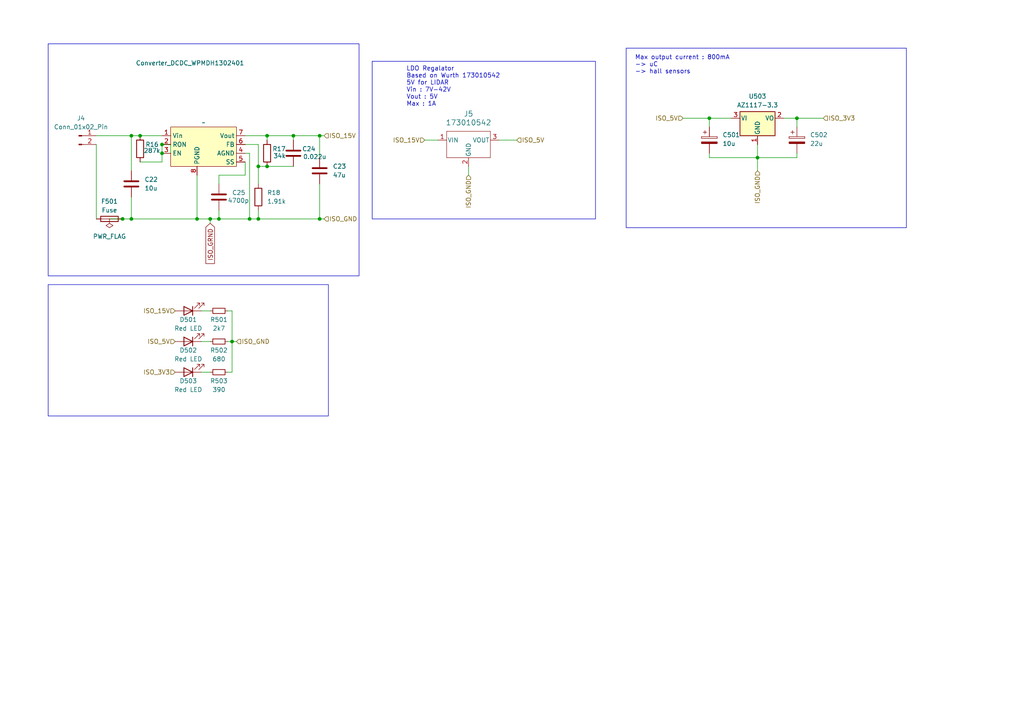
<source format=kicad_sch>
(kicad_sch
	(version 20231120)
	(generator "eeschema")
	(generator_version "8.0")
	(uuid "b8afa03e-eefb-4d53-b901-83cdcc3f1606")
	(paper "A4")
	(title_block
		(title "AAP Inverter")
		(date "2023-05-01")
		(company "ENSEA")
	)
	(lib_symbols
		(symbol "173010542_5V_Buck:173010542"
			(pin_names
				(offset 0.254)
			)
			(exclude_from_sim no)
			(in_bom yes)
			(on_board yes)
			(property "Reference" "J"
				(at -6.35 7.62 0)
				(effects
					(font
						(size 1.524 1.524)
					)
				)
			)
			(property "Value" "173010542"
				(at 0 5.08 0)
				(effects
					(font
						(size 1.524 1.524)
					)
				)
			)
			(property "Footprint" "CONN3_10542_WRE"
				(at -1.27 12.7 0)
				(effects
					(font
						(size 1.27 1.27)
						(italic yes)
					)
					(hide yes)
				)
			)
			(property "Datasheet" "173010542"
				(at 0 10.16 0)
				(effects
					(font
						(size 1.27 1.27)
						(italic yes)
					)
					(hide yes)
				)
			)
			(property "Description" ""
				(at 0 0 0)
				(effects
					(font
						(size 1.27 1.27)
					)
					(hide yes)
				)
			)
			(property "ki_locked" ""
				(at 0 0 0)
				(effects
					(font
						(size 1.27 1.27)
					)
				)
			)
			(property "ki_keywords" "173010542"
				(at 0 0 0)
				(effects
					(font
						(size 1.27 1.27)
					)
					(hide yes)
				)
			)
			(property "ki_fp_filters" "CONN3_10542_WRE"
				(at 0 0 0)
				(effects
					(font
						(size 1.27 1.27)
					)
					(hide yes)
				)
			)
			(symbol "173010542_0_1"
				(polyline
					(pts
						(xy -6.35 -3.81) (xy 6.35 -3.81)
					)
					(stroke
						(width 0.127)
						(type default)
					)
					(fill
						(type none)
					)
				)
				(polyline
					(pts
						(xy -6.35 3.81) (xy -6.35 -3.81)
					)
					(stroke
						(width 0.127)
						(type default)
					)
					(fill
						(type none)
					)
				)
				(polyline
					(pts
						(xy 6.35 -3.81) (xy 6.35 3.81)
					)
					(stroke
						(width 0.127)
						(type default)
					)
					(fill
						(type none)
					)
				)
				(polyline
					(pts
						(xy 6.35 3.81) (xy -6.35 3.81)
					)
					(stroke
						(width 0.127)
						(type default)
					)
					(fill
						(type none)
					)
				)
			)
			(symbol "173010542_1_1"
				(pin power_in line
					(at -8.89 1.27 0)
					(length 2.54)
					(name "VIN"
						(effects
							(font
								(size 1.27 1.27)
							)
						)
					)
					(number "1"
						(effects
							(font
								(size 1.27 1.27)
							)
						)
					)
				)
				(pin power_in line
					(at 0 -6.35 90)
					(length 2.54)
					(name "GND"
						(effects
							(font
								(size 1.27 1.27)
							)
						)
					)
					(number "2"
						(effects
							(font
								(size 1.27 1.27)
							)
						)
					)
				)
				(pin power_out line
					(at 8.89 1.27 180)
					(length 2.54)
					(name "VOUT"
						(effects
							(font
								(size 1.27 1.27)
							)
						)
					)
					(number "3"
						(effects
							(font
								(size 1.27 1.27)
							)
						)
					)
				)
			)
		)
		(symbol "Connector:Conn_01x02_Pin"
			(pin_names
				(offset 1.016) hide)
			(exclude_from_sim no)
			(in_bom yes)
			(on_board yes)
			(property "Reference" "J"
				(at 0 2.54 0)
				(effects
					(font
						(size 1.27 1.27)
					)
				)
			)
			(property "Value" "Conn_01x02_Pin"
				(at 0 -5.08 0)
				(effects
					(font
						(size 1.27 1.27)
					)
				)
			)
			(property "Footprint" ""
				(at 0 0 0)
				(effects
					(font
						(size 1.27 1.27)
					)
					(hide yes)
				)
			)
			(property "Datasheet" "~"
				(at 0 0 0)
				(effects
					(font
						(size 1.27 1.27)
					)
					(hide yes)
				)
			)
			(property "Description" "Generic connector, single row, 01x02, script generated"
				(at 0 0 0)
				(effects
					(font
						(size 1.27 1.27)
					)
					(hide yes)
				)
			)
			(property "ki_locked" ""
				(at 0 0 0)
				(effects
					(font
						(size 1.27 1.27)
					)
				)
			)
			(property "ki_keywords" "connector"
				(at 0 0 0)
				(effects
					(font
						(size 1.27 1.27)
					)
					(hide yes)
				)
			)
			(property "ki_fp_filters" "Connector*:*_1x??_*"
				(at 0 0 0)
				(effects
					(font
						(size 1.27 1.27)
					)
					(hide yes)
				)
			)
			(symbol "Conn_01x02_Pin_1_1"
				(polyline
					(pts
						(xy 1.27 -2.54) (xy 0.8636 -2.54)
					)
					(stroke
						(width 0.1524)
						(type default)
					)
					(fill
						(type none)
					)
				)
				(polyline
					(pts
						(xy 1.27 0) (xy 0.8636 0)
					)
					(stroke
						(width 0.1524)
						(type default)
					)
					(fill
						(type none)
					)
				)
				(rectangle
					(start 0.8636 -2.413)
					(end 0 -2.667)
					(stroke
						(width 0.1524)
						(type default)
					)
					(fill
						(type outline)
					)
				)
				(rectangle
					(start 0.8636 0.127)
					(end 0 -0.127)
					(stroke
						(width 0.1524)
						(type default)
					)
					(fill
						(type outline)
					)
				)
				(pin passive line
					(at 5.08 0 180)
					(length 3.81)
					(name "Pin_1"
						(effects
							(font
								(size 1.27 1.27)
							)
						)
					)
					(number "1"
						(effects
							(font
								(size 1.27 1.27)
							)
						)
					)
				)
				(pin passive line
					(at 5.08 -2.54 180)
					(length 3.81)
					(name "Pin_2"
						(effects
							(font
								(size 1.27 1.27)
							)
						)
					)
					(number "2"
						(effects
							(font
								(size 1.27 1.27)
							)
						)
					)
				)
			)
		)
		(symbol "Custom:Converter_DCDC"
			(exclude_from_sim no)
			(in_bom yes)
			(on_board yes)
			(property "Reference" "WPMDH1302401"
				(at -1.016 10.16 0)
				(effects
					(font
						(size 1.27 1.27)
					)
				)
			)
			(property "Value" ""
				(at 0 0 0)
				(effects
					(font
						(size 1.27 1.27)
					)
				)
			)
			(property "Footprint" "Custom:Converter_DCDC"
				(at 0 0 0)
				(effects
					(font
						(size 1.27 1.27)
					)
					(hide yes)
				)
			)
			(property "Datasheet" ""
				(at 0 0 0)
				(effects
					(font
						(size 1.27 1.27)
					)
					(hide yes)
				)
			)
			(property "Description" ""
				(at 0 0 0)
				(effects
					(font
						(size 1.27 1.27)
					)
					(hide yes)
				)
			)
			(symbol "Converter_DCDC_1_1"
				(polyline
					(pts
						(xy -11.43 7.62) (xy -11.43 -3.81) (xy 7.62 -3.81) (xy 7.62 7.62) (xy -11.43 7.62)
					)
					(stroke
						(width 0)
						(type default)
					)
					(fill
						(type background)
					)
				)
				(pin input line
					(at -13.97 5.08 0)
					(length 2.54)
					(name "Vin"
						(effects
							(font
								(size 1.27 1.27)
							)
						)
					)
					(number "1"
						(effects
							(font
								(size 1.27 1.27)
							)
						)
					)
				)
				(pin input line
					(at -13.97 2.54 0)
					(length 2.54)
					(name "RON"
						(effects
							(font
								(size 1.27 1.27)
							)
						)
					)
					(number "2"
						(effects
							(font
								(size 1.27 1.27)
							)
						)
					)
				)
				(pin input line
					(at -13.97 0 0)
					(length 2.54)
					(name "EN"
						(effects
							(font
								(size 1.27 1.27)
							)
						)
					)
					(number "3"
						(effects
							(font
								(size 1.27 1.27)
							)
						)
					)
				)
				(pin input line
					(at 10.16 0 180)
					(length 2.54)
					(name "AGND"
						(effects
							(font
								(size 1.27 1.27)
							)
						)
					)
					(number "4"
						(effects
							(font
								(size 1.27 1.27)
							)
						)
					)
				)
				(pin input line
					(at 10.16 -2.54 180)
					(length 2.54)
					(name "SS"
						(effects
							(font
								(size 1.27 1.27)
							)
						)
					)
					(number "5"
						(effects
							(font
								(size 1.27 1.27)
							)
						)
					)
				)
				(pin input line
					(at 10.16 2.54 180)
					(length 2.54)
					(name "FB"
						(effects
							(font
								(size 1.27 1.27)
							)
						)
					)
					(number "6"
						(effects
							(font
								(size 1.27 1.27)
							)
						)
					)
				)
				(pin output line
					(at 10.16 5.08 180)
					(length 2.54)
					(name "Vout"
						(effects
							(font
								(size 1.27 1.27)
							)
						)
					)
					(number "7"
						(effects
							(font
								(size 1.27 1.27)
							)
						)
					)
				)
				(pin input line
					(at -3.81 -6.35 90)
					(length 2.54)
					(name "PGND"
						(effects
							(font
								(size 1.27 1.27)
							)
						)
					)
					(number "8"
						(effects
							(font
								(size 1.27 1.27)
							)
						)
					)
				)
			)
		)
		(symbol "Device:C"
			(pin_numbers hide)
			(pin_names
				(offset 0.254)
			)
			(exclude_from_sim no)
			(in_bom yes)
			(on_board yes)
			(property "Reference" "C"
				(at 0.635 2.54 0)
				(effects
					(font
						(size 1.27 1.27)
					)
					(justify left)
				)
			)
			(property "Value" "C"
				(at 0.635 -2.54 0)
				(effects
					(font
						(size 1.27 1.27)
					)
					(justify left)
				)
			)
			(property "Footprint" ""
				(at 0.9652 -3.81 0)
				(effects
					(font
						(size 1.27 1.27)
					)
					(hide yes)
				)
			)
			(property "Datasheet" "~"
				(at 0 0 0)
				(effects
					(font
						(size 1.27 1.27)
					)
					(hide yes)
				)
			)
			(property "Description" "Unpolarized capacitor"
				(at 0 0 0)
				(effects
					(font
						(size 1.27 1.27)
					)
					(hide yes)
				)
			)
			(property "ki_keywords" "cap capacitor"
				(at 0 0 0)
				(effects
					(font
						(size 1.27 1.27)
					)
					(hide yes)
				)
			)
			(property "ki_fp_filters" "C_*"
				(at 0 0 0)
				(effects
					(font
						(size 1.27 1.27)
					)
					(hide yes)
				)
			)
			(symbol "C_0_1"
				(polyline
					(pts
						(xy -2.032 -0.762) (xy 2.032 -0.762)
					)
					(stroke
						(width 0.508)
						(type default)
					)
					(fill
						(type none)
					)
				)
				(polyline
					(pts
						(xy -2.032 0.762) (xy 2.032 0.762)
					)
					(stroke
						(width 0.508)
						(type default)
					)
					(fill
						(type none)
					)
				)
			)
			(symbol "C_1_1"
				(pin passive line
					(at 0 3.81 270)
					(length 2.794)
					(name "~"
						(effects
							(font
								(size 1.27 1.27)
							)
						)
					)
					(number "1"
						(effects
							(font
								(size 1.27 1.27)
							)
						)
					)
				)
				(pin passive line
					(at 0 -3.81 90)
					(length 2.794)
					(name "~"
						(effects
							(font
								(size 1.27 1.27)
							)
						)
					)
					(number "2"
						(effects
							(font
								(size 1.27 1.27)
							)
						)
					)
				)
			)
		)
		(symbol "Device:C_Polarized"
			(pin_numbers hide)
			(pin_names
				(offset 0.254)
			)
			(exclude_from_sim no)
			(in_bom yes)
			(on_board yes)
			(property "Reference" "C"
				(at 0.635 2.54 0)
				(effects
					(font
						(size 1.27 1.27)
					)
					(justify left)
				)
			)
			(property "Value" "C_Polarized"
				(at 0.635 -2.54 0)
				(effects
					(font
						(size 1.27 1.27)
					)
					(justify left)
				)
			)
			(property "Footprint" ""
				(at 0.9652 -3.81 0)
				(effects
					(font
						(size 1.27 1.27)
					)
					(hide yes)
				)
			)
			(property "Datasheet" "~"
				(at 0 0 0)
				(effects
					(font
						(size 1.27 1.27)
					)
					(hide yes)
				)
			)
			(property "Description" "Polarized capacitor"
				(at 0 0 0)
				(effects
					(font
						(size 1.27 1.27)
					)
					(hide yes)
				)
			)
			(property "ki_keywords" "cap capacitor"
				(at 0 0 0)
				(effects
					(font
						(size 1.27 1.27)
					)
					(hide yes)
				)
			)
			(property "ki_fp_filters" "CP_*"
				(at 0 0 0)
				(effects
					(font
						(size 1.27 1.27)
					)
					(hide yes)
				)
			)
			(symbol "C_Polarized_0_1"
				(rectangle
					(start -2.286 0.508)
					(end 2.286 1.016)
					(stroke
						(width 0)
						(type default)
					)
					(fill
						(type none)
					)
				)
				(polyline
					(pts
						(xy -1.778 2.286) (xy -0.762 2.286)
					)
					(stroke
						(width 0)
						(type default)
					)
					(fill
						(type none)
					)
				)
				(polyline
					(pts
						(xy -1.27 2.794) (xy -1.27 1.778)
					)
					(stroke
						(width 0)
						(type default)
					)
					(fill
						(type none)
					)
				)
				(rectangle
					(start 2.286 -0.508)
					(end -2.286 -1.016)
					(stroke
						(width 0)
						(type default)
					)
					(fill
						(type outline)
					)
				)
			)
			(symbol "C_Polarized_1_1"
				(pin passive line
					(at 0 3.81 270)
					(length 2.794)
					(name "~"
						(effects
							(font
								(size 1.27 1.27)
							)
						)
					)
					(number "1"
						(effects
							(font
								(size 1.27 1.27)
							)
						)
					)
				)
				(pin passive line
					(at 0 -3.81 90)
					(length 2.794)
					(name "~"
						(effects
							(font
								(size 1.27 1.27)
							)
						)
					)
					(number "2"
						(effects
							(font
								(size 1.27 1.27)
							)
						)
					)
				)
			)
		)
		(symbol "Device:Fuse"
			(pin_numbers hide)
			(pin_names
				(offset 0)
			)
			(exclude_from_sim no)
			(in_bom yes)
			(on_board yes)
			(property "Reference" "F"
				(at 2.032 0 90)
				(effects
					(font
						(size 1.27 1.27)
					)
				)
			)
			(property "Value" "Fuse"
				(at -1.905 0 90)
				(effects
					(font
						(size 1.27 1.27)
					)
				)
			)
			(property "Footprint" ""
				(at -1.778 0 90)
				(effects
					(font
						(size 1.27 1.27)
					)
					(hide yes)
				)
			)
			(property "Datasheet" "~"
				(at 0 0 0)
				(effects
					(font
						(size 1.27 1.27)
					)
					(hide yes)
				)
			)
			(property "Description" "Fuse"
				(at 0 0 0)
				(effects
					(font
						(size 1.27 1.27)
					)
					(hide yes)
				)
			)
			(property "ki_keywords" "fuse"
				(at 0 0 0)
				(effects
					(font
						(size 1.27 1.27)
					)
					(hide yes)
				)
			)
			(property "ki_fp_filters" "*Fuse*"
				(at 0 0 0)
				(effects
					(font
						(size 1.27 1.27)
					)
					(hide yes)
				)
			)
			(symbol "Fuse_0_1"
				(rectangle
					(start -0.762 -2.54)
					(end 0.762 2.54)
					(stroke
						(width 0.254)
						(type default)
					)
					(fill
						(type none)
					)
				)
				(polyline
					(pts
						(xy 0 2.54) (xy 0 -2.54)
					)
					(stroke
						(width 0)
						(type default)
					)
					(fill
						(type none)
					)
				)
			)
			(symbol "Fuse_1_1"
				(pin passive line
					(at 0 3.81 270)
					(length 1.27)
					(name "~"
						(effects
							(font
								(size 1.27 1.27)
							)
						)
					)
					(number "1"
						(effects
							(font
								(size 1.27 1.27)
							)
						)
					)
				)
				(pin passive line
					(at 0 -3.81 90)
					(length 1.27)
					(name "~"
						(effects
							(font
								(size 1.27 1.27)
							)
						)
					)
					(number "2"
						(effects
							(font
								(size 1.27 1.27)
							)
						)
					)
				)
			)
		)
		(symbol "Device:LED"
			(pin_numbers hide)
			(pin_names
				(offset 1.016) hide)
			(exclude_from_sim no)
			(in_bom yes)
			(on_board yes)
			(property "Reference" "D"
				(at 0 2.54 0)
				(effects
					(font
						(size 1.27 1.27)
					)
				)
			)
			(property "Value" "LED"
				(at 0 -2.54 0)
				(effects
					(font
						(size 1.27 1.27)
					)
				)
			)
			(property "Footprint" ""
				(at 0 0 0)
				(effects
					(font
						(size 1.27 1.27)
					)
					(hide yes)
				)
			)
			(property "Datasheet" "~"
				(at 0 0 0)
				(effects
					(font
						(size 1.27 1.27)
					)
					(hide yes)
				)
			)
			(property "Description" "Light emitting diode"
				(at 0 0 0)
				(effects
					(font
						(size 1.27 1.27)
					)
					(hide yes)
				)
			)
			(property "ki_keywords" "LED diode"
				(at 0 0 0)
				(effects
					(font
						(size 1.27 1.27)
					)
					(hide yes)
				)
			)
			(property "ki_fp_filters" "LED* LED_SMD:* LED_THT:*"
				(at 0 0 0)
				(effects
					(font
						(size 1.27 1.27)
					)
					(hide yes)
				)
			)
			(symbol "LED_0_1"
				(polyline
					(pts
						(xy -1.27 -1.27) (xy -1.27 1.27)
					)
					(stroke
						(width 0.254)
						(type default)
					)
					(fill
						(type none)
					)
				)
				(polyline
					(pts
						(xy -1.27 0) (xy 1.27 0)
					)
					(stroke
						(width 0)
						(type default)
					)
					(fill
						(type none)
					)
				)
				(polyline
					(pts
						(xy 1.27 -1.27) (xy 1.27 1.27) (xy -1.27 0) (xy 1.27 -1.27)
					)
					(stroke
						(width 0.254)
						(type default)
					)
					(fill
						(type none)
					)
				)
				(polyline
					(pts
						(xy -3.048 -0.762) (xy -4.572 -2.286) (xy -3.81 -2.286) (xy -4.572 -2.286) (xy -4.572 -1.524)
					)
					(stroke
						(width 0)
						(type default)
					)
					(fill
						(type none)
					)
				)
				(polyline
					(pts
						(xy -1.778 -0.762) (xy -3.302 -2.286) (xy -2.54 -2.286) (xy -3.302 -2.286) (xy -3.302 -1.524)
					)
					(stroke
						(width 0)
						(type default)
					)
					(fill
						(type none)
					)
				)
			)
			(symbol "LED_1_1"
				(pin passive line
					(at -3.81 0 0)
					(length 2.54)
					(name "K"
						(effects
							(font
								(size 1.27 1.27)
							)
						)
					)
					(number "1"
						(effects
							(font
								(size 1.27 1.27)
							)
						)
					)
				)
				(pin passive line
					(at 3.81 0 180)
					(length 2.54)
					(name "A"
						(effects
							(font
								(size 1.27 1.27)
							)
						)
					)
					(number "2"
						(effects
							(font
								(size 1.27 1.27)
							)
						)
					)
				)
			)
		)
		(symbol "Device:R"
			(pin_numbers hide)
			(pin_names
				(offset 0)
			)
			(exclude_from_sim no)
			(in_bom yes)
			(on_board yes)
			(property "Reference" "R"
				(at 2.032 0 90)
				(effects
					(font
						(size 1.27 1.27)
					)
				)
			)
			(property "Value" "R"
				(at 0 0 90)
				(effects
					(font
						(size 1.27 1.27)
					)
				)
			)
			(property "Footprint" ""
				(at -1.778 0 90)
				(effects
					(font
						(size 1.27 1.27)
					)
					(hide yes)
				)
			)
			(property "Datasheet" "~"
				(at 0 0 0)
				(effects
					(font
						(size 1.27 1.27)
					)
					(hide yes)
				)
			)
			(property "Description" "Resistor"
				(at 0 0 0)
				(effects
					(font
						(size 1.27 1.27)
					)
					(hide yes)
				)
			)
			(property "ki_keywords" "R res resistor"
				(at 0 0 0)
				(effects
					(font
						(size 1.27 1.27)
					)
					(hide yes)
				)
			)
			(property "ki_fp_filters" "R_*"
				(at 0 0 0)
				(effects
					(font
						(size 1.27 1.27)
					)
					(hide yes)
				)
			)
			(symbol "R_0_1"
				(rectangle
					(start -1.016 -2.54)
					(end 1.016 2.54)
					(stroke
						(width 0.254)
						(type default)
					)
					(fill
						(type none)
					)
				)
			)
			(symbol "R_1_1"
				(pin passive line
					(at 0 3.81 270)
					(length 1.27)
					(name "~"
						(effects
							(font
								(size 1.27 1.27)
							)
						)
					)
					(number "1"
						(effects
							(font
								(size 1.27 1.27)
							)
						)
					)
				)
				(pin passive line
					(at 0 -3.81 90)
					(length 1.27)
					(name "~"
						(effects
							(font
								(size 1.27 1.27)
							)
						)
					)
					(number "2"
						(effects
							(font
								(size 1.27 1.27)
							)
						)
					)
				)
			)
		)
		(symbol "Device:R_Small"
			(pin_numbers hide)
			(pin_names
				(offset 0.254) hide)
			(exclude_from_sim no)
			(in_bom yes)
			(on_board yes)
			(property "Reference" "R"
				(at 0.762 0.508 0)
				(effects
					(font
						(size 1.27 1.27)
					)
					(justify left)
				)
			)
			(property "Value" "R_Small"
				(at 0.762 -1.016 0)
				(effects
					(font
						(size 1.27 1.27)
					)
					(justify left)
				)
			)
			(property "Footprint" ""
				(at 0 0 0)
				(effects
					(font
						(size 1.27 1.27)
					)
					(hide yes)
				)
			)
			(property "Datasheet" "~"
				(at 0 0 0)
				(effects
					(font
						(size 1.27 1.27)
					)
					(hide yes)
				)
			)
			(property "Description" "Resistor, small symbol"
				(at 0 0 0)
				(effects
					(font
						(size 1.27 1.27)
					)
					(hide yes)
				)
			)
			(property "ki_keywords" "R resistor"
				(at 0 0 0)
				(effects
					(font
						(size 1.27 1.27)
					)
					(hide yes)
				)
			)
			(property "ki_fp_filters" "R_*"
				(at 0 0 0)
				(effects
					(font
						(size 1.27 1.27)
					)
					(hide yes)
				)
			)
			(symbol "R_Small_0_1"
				(rectangle
					(start -0.762 1.778)
					(end 0.762 -1.778)
					(stroke
						(width 0.2032)
						(type default)
					)
					(fill
						(type none)
					)
				)
			)
			(symbol "R_Small_1_1"
				(pin passive line
					(at 0 2.54 270)
					(length 0.762)
					(name "~"
						(effects
							(font
								(size 1.27 1.27)
							)
						)
					)
					(number "1"
						(effects
							(font
								(size 1.27 1.27)
							)
						)
					)
				)
				(pin passive line
					(at 0 -2.54 90)
					(length 0.762)
					(name "~"
						(effects
							(font
								(size 1.27 1.27)
							)
						)
					)
					(number "2"
						(effects
							(font
								(size 1.27 1.27)
							)
						)
					)
				)
			)
		)
		(symbol "Regulator_Linear:AZ1117-3.3"
			(pin_names
				(offset 0.254)
			)
			(exclude_from_sim no)
			(in_bom yes)
			(on_board yes)
			(property "Reference" "U"
				(at -3.81 3.175 0)
				(effects
					(font
						(size 1.27 1.27)
					)
				)
			)
			(property "Value" "AZ1117-3.3"
				(at 0 3.175 0)
				(effects
					(font
						(size 1.27 1.27)
					)
					(justify left)
				)
			)
			(property "Footprint" ""
				(at 0 6.35 0)
				(effects
					(font
						(size 1.27 1.27)
						(italic yes)
					)
					(hide yes)
				)
			)
			(property "Datasheet" "https://www.diodes.com/assets/Datasheets/AZ1117.pdf"
				(at 0 0 0)
				(effects
					(font
						(size 1.27 1.27)
					)
					(hide yes)
				)
			)
			(property "Description" "1A 20V Fixed LDO Linear Regulator, 3.3V, SOT-89/SOT-223/TO-220/TO-252/TO-263"
				(at 0 0 0)
				(effects
					(font
						(size 1.27 1.27)
					)
					(hide yes)
				)
			)
			(property "ki_keywords" "Fixed Voltage Regulator 1A Positive LDO"
				(at 0 0 0)
				(effects
					(font
						(size 1.27 1.27)
					)
					(hide yes)
				)
			)
			(property "ki_fp_filters" "SOT?223* SOT?89* TO?220* TO?252* TO?263*"
				(at 0 0 0)
				(effects
					(font
						(size 1.27 1.27)
					)
					(hide yes)
				)
			)
			(symbol "AZ1117-3.3_0_1"
				(rectangle
					(start -5.08 1.905)
					(end 5.08 -5.08)
					(stroke
						(width 0.254)
						(type default)
					)
					(fill
						(type background)
					)
				)
			)
			(symbol "AZ1117-3.3_1_1"
				(pin power_in line
					(at 0 -7.62 90)
					(length 2.54)
					(name "GND"
						(effects
							(font
								(size 1.27 1.27)
							)
						)
					)
					(number "1"
						(effects
							(font
								(size 1.27 1.27)
							)
						)
					)
				)
				(pin power_out line
					(at 7.62 0 180)
					(length 2.54)
					(name "VO"
						(effects
							(font
								(size 1.27 1.27)
							)
						)
					)
					(number "2"
						(effects
							(font
								(size 1.27 1.27)
							)
						)
					)
				)
				(pin power_in line
					(at -7.62 0 0)
					(length 2.54)
					(name "VI"
						(effects
							(font
								(size 1.27 1.27)
							)
						)
					)
					(number "3"
						(effects
							(font
								(size 1.27 1.27)
							)
						)
					)
				)
			)
		)
		(symbol "power:PWR_FLAG"
			(power)
			(pin_numbers hide)
			(pin_names
				(offset 0) hide)
			(exclude_from_sim no)
			(in_bom yes)
			(on_board yes)
			(property "Reference" "#FLG"
				(at 0 1.905 0)
				(effects
					(font
						(size 1.27 1.27)
					)
					(hide yes)
				)
			)
			(property "Value" "PWR_FLAG"
				(at 0 3.81 0)
				(effects
					(font
						(size 1.27 1.27)
					)
				)
			)
			(property "Footprint" ""
				(at 0 0 0)
				(effects
					(font
						(size 1.27 1.27)
					)
					(hide yes)
				)
			)
			(property "Datasheet" "~"
				(at 0 0 0)
				(effects
					(font
						(size 1.27 1.27)
					)
					(hide yes)
				)
			)
			(property "Description" "Special symbol for telling ERC where power comes from"
				(at 0 0 0)
				(effects
					(font
						(size 1.27 1.27)
					)
					(hide yes)
				)
			)
			(property "ki_keywords" "flag power"
				(at 0 0 0)
				(effects
					(font
						(size 1.27 1.27)
					)
					(hide yes)
				)
			)
			(symbol "PWR_FLAG_0_0"
				(pin power_out line
					(at 0 0 90)
					(length 0)
					(name "pwr"
						(effects
							(font
								(size 1.27 1.27)
							)
						)
					)
					(number "1"
						(effects
							(font
								(size 1.27 1.27)
							)
						)
					)
				)
			)
			(symbol "PWR_FLAG_0_1"
				(polyline
					(pts
						(xy 0 0) (xy 0 1.27) (xy -1.016 1.905) (xy 0 2.54) (xy 1.016 1.905) (xy 0 1.27)
					)
					(stroke
						(width 0)
						(type default)
					)
					(fill
						(type none)
					)
				)
			)
		)
	)
	(junction
		(at 92.71 63.5)
		(diameter 0)
		(color 0 0 0 0)
		(uuid "050ac02f-64b3-4c4e-92c6-6d8b452cda54")
	)
	(junction
		(at 231.14 34.29)
		(diameter 0)
		(color 0 0 0 0)
		(uuid "1531b1a9-7724-4af3-8427-b1f8290ba714")
	)
	(junction
		(at 74.93 48.26)
		(diameter 0)
		(color 0 0 0 0)
		(uuid "1be578f7-699e-4fe4-a410-6b20938eff87")
	)
	(junction
		(at 77.47 39.37)
		(diameter 0)
		(color 0 0 0 0)
		(uuid "1e041640-b5dd-45b0-9bb2-630c69bbb373")
	)
	(junction
		(at 60.96 63.5)
		(diameter 0)
		(color 0 0 0 0)
		(uuid "25f55316-8d2e-40f1-9fa1-c1cbc6260617")
	)
	(junction
		(at 67.31 99.06)
		(diameter 0)
		(color 0 0 0 0)
		(uuid "349025ad-592a-4922-a557-ac9b79bc9e61")
	)
	(junction
		(at 72.39 63.5)
		(diameter 0)
		(color 0 0 0 0)
		(uuid "3512bd3b-1b2b-4b24-9184-74d3905c2e0c")
	)
	(junction
		(at 57.15 63.5)
		(diameter 0)
		(color 0 0 0 0)
		(uuid "58f2a49a-a25c-49e9-82fa-a03d1e3544ea")
	)
	(junction
		(at 85.09 39.37)
		(diameter 0)
		(color 0 0 0 0)
		(uuid "5e6f1837-1cb0-4de5-99c3-1232eaf49db2")
	)
	(junction
		(at 35.56 63.5)
		(diameter 0)
		(color 0 0 0 0)
		(uuid "63d50045-65a2-4860-99a8-ed4f6f558186")
	)
	(junction
		(at 40.64 39.37)
		(diameter 0)
		(color 0 0 0 0)
		(uuid "6f1321fa-b99f-4b31-8f6c-865376f1b1e2")
	)
	(junction
		(at 92.71 39.37)
		(diameter 0)
		(color 0 0 0 0)
		(uuid "75486879-91d7-44d8-a6dc-88250195899b")
	)
	(junction
		(at 219.71 45.72)
		(diameter 0)
		(color 0 0 0 0)
		(uuid "78262cc2-8e2c-46cd-8bcf-3ba63e5618d8")
	)
	(junction
		(at 38.1 39.37)
		(diameter 0)
		(color 0 0 0 0)
		(uuid "78589322-9b38-4171-bd76-9ba53fad37fa")
	)
	(junction
		(at 38.1 63.5)
		(diameter 0)
		(color 0 0 0 0)
		(uuid "7a9101f4-1a0d-4338-a0f8-b43c6d1d111e")
	)
	(junction
		(at 77.47 48.26)
		(diameter 0)
		(color 0 0 0 0)
		(uuid "8e45f4fc-ce32-49eb-844f-91ef58dd93c6")
	)
	(junction
		(at 205.74 34.29)
		(diameter 0)
		(color 0 0 0 0)
		(uuid "95b2fefc-dd8e-4669-a495-30c9e4bdaaea")
	)
	(junction
		(at 74.93 63.5)
		(diameter 0)
		(color 0 0 0 0)
		(uuid "e49cd5c4-611e-45ee-bb60-5606d8df1511")
	)
	(junction
		(at 46.99 41.91)
		(diameter 0)
		(color 0 0 0 0)
		(uuid "f1908ede-4255-4f14-b3e6-61a3a0674668")
	)
	(junction
		(at 63.5 63.5)
		(diameter 0)
		(color 0 0 0 0)
		(uuid "f27d9d2c-11df-45a8-b2b9-4ec591bfea74")
	)
	(junction
		(at 46.99 44.45)
		(diameter 0)
		(color 0 0 0 0)
		(uuid "f89e81c7-82bc-4178-8dc8-6c6e86a7a8e1")
	)
	(wire
		(pts
			(xy 74.93 60.96) (xy 74.93 63.5)
		)
		(stroke
			(width 0)
			(type default)
		)
		(uuid "0354632c-1520-492c-a2f1-00e4524450b1")
	)
	(wire
		(pts
			(xy 85.09 39.37) (xy 85.09 40.64)
		)
		(stroke
			(width 0)
			(type default)
		)
		(uuid "03cc932e-ca30-421f-a30a-d1e7225843df")
	)
	(wire
		(pts
			(xy 31.75 63.5) (xy 35.56 63.5)
		)
		(stroke
			(width 0)
			(type default)
		)
		(uuid "06dd9a2d-7a41-4e08-8a59-beea31d6157f")
	)
	(wire
		(pts
			(xy 46.99 41.91) (xy 46.99 44.45)
		)
		(stroke
			(width 0)
			(type default)
		)
		(uuid "09856922-6fb7-4115-9be9-65e006060234")
	)
	(wire
		(pts
			(xy 58.42 90.17) (xy 60.96 90.17)
		)
		(stroke
			(width 0)
			(type default)
		)
		(uuid "0bc6ed3b-9995-49e3-b6ed-a50604f11631")
	)
	(wire
		(pts
			(xy 198.12 34.29) (xy 205.74 34.29)
		)
		(stroke
			(width 0)
			(type default)
		)
		(uuid "0cdfd0f3-455f-495a-a21a-b199bd97c380")
	)
	(wire
		(pts
			(xy 67.31 90.17) (xy 67.31 99.06)
		)
		(stroke
			(width 0)
			(type default)
		)
		(uuid "0dd4b62a-b04f-4619-9e23-ad49354f6c17")
	)
	(wire
		(pts
			(xy 72.39 63.5) (xy 74.93 63.5)
		)
		(stroke
			(width 0)
			(type default)
		)
		(uuid "0e36ac03-dbbd-4839-a66e-87e5473da135")
	)
	(wire
		(pts
			(xy 135.89 48.26) (xy 135.89 50.8)
		)
		(stroke
			(width 0)
			(type default)
		)
		(uuid "0ffa65e4-32f5-49a1-b484-9b06cf7fe2f8")
	)
	(wire
		(pts
			(xy 77.47 39.37) (xy 77.47 40.64)
		)
		(stroke
			(width 0)
			(type default)
		)
		(uuid "149b5176-52f2-4286-af7d-4c3c49a08289")
	)
	(wire
		(pts
			(xy 63.5 50.8) (xy 63.5 53.34)
		)
		(stroke
			(width 0)
			(type default)
		)
		(uuid "1a6fd9d3-6862-4a5e-941e-f2f67295d1ac")
	)
	(wire
		(pts
			(xy 144.78 40.64) (xy 149.86 40.64)
		)
		(stroke
			(width 0)
			(type default)
		)
		(uuid "1a962f77-65a1-47da-9ef4-32589b3e884d")
	)
	(wire
		(pts
			(xy 49.53 41.91) (xy 46.99 41.91)
		)
		(stroke
			(width 0)
			(type default)
		)
		(uuid "2065e4d8-e60c-41f1-b4bb-36e93163c59e")
	)
	(wire
		(pts
			(xy 231.14 34.29) (xy 227.33 34.29)
		)
		(stroke
			(width 0)
			(type default)
		)
		(uuid "268be9aa-ea25-4d44-92b8-625ee49f6496")
	)
	(wire
		(pts
			(xy 71.12 44.45) (xy 72.39 44.45)
		)
		(stroke
			(width 0)
			(type default)
		)
		(uuid "2703e576-5dbd-4fbd-be6a-24e31841ef5b")
	)
	(wire
		(pts
			(xy 67.31 99.06) (xy 67.31 107.95)
		)
		(stroke
			(width 0)
			(type default)
		)
		(uuid "2ed9dab5-6b5c-4a85-9b2b-ba2affced622")
	)
	(wire
		(pts
			(xy 66.04 90.17) (xy 67.31 90.17)
		)
		(stroke
			(width 0)
			(type default)
		)
		(uuid "39013de7-4004-4c11-8d6d-a9ba18631a0b")
	)
	(wire
		(pts
			(xy 67.31 99.06) (xy 68.58 99.06)
		)
		(stroke
			(width 0)
			(type default)
		)
		(uuid "3c3da3a6-c8e7-4528-8020-499a63e1a03e")
	)
	(wire
		(pts
			(xy 123.19 40.64) (xy 127 40.64)
		)
		(stroke
			(width 0)
			(type default)
		)
		(uuid "53e51767-36d6-45ca-9c95-502f0579e458")
	)
	(wire
		(pts
			(xy 27.94 39.37) (xy 38.1 39.37)
		)
		(stroke
			(width 0)
			(type default)
		)
		(uuid "5778a9c8-a85c-41e8-a403-9c639e7b9abc")
	)
	(wire
		(pts
			(xy 205.74 34.29) (xy 205.74 36.83)
		)
		(stroke
			(width 0)
			(type default)
		)
		(uuid "582a31d6-f412-489b-90d3-9c9cb2abfd38")
	)
	(wire
		(pts
			(xy 231.14 45.72) (xy 219.71 45.72)
		)
		(stroke
			(width 0)
			(type default)
		)
		(uuid "5eff3980-0bcb-4080-9c46-1cac83a39eba")
	)
	(wire
		(pts
			(xy 38.1 63.5) (xy 57.15 63.5)
		)
		(stroke
			(width 0)
			(type default)
		)
		(uuid "5fbe0dd1-d850-4f8d-9ff8-178da186c419")
	)
	(wire
		(pts
			(xy 205.74 44.45) (xy 205.74 45.72)
		)
		(stroke
			(width 0)
			(type default)
		)
		(uuid "651ec40f-6686-48a2-9ad6-272227736d0d")
	)
	(wire
		(pts
			(xy 38.1 39.37) (xy 38.1 49.53)
		)
		(stroke
			(width 0)
			(type default)
		)
		(uuid "6547d13d-a546-445c-84bc-a692d01c4e3f")
	)
	(wire
		(pts
			(xy 77.47 48.26) (xy 85.09 48.26)
		)
		(stroke
			(width 0)
			(type default)
		)
		(uuid "65fe707f-7964-4f52-9665-05f339d57a9b")
	)
	(wire
		(pts
			(xy 205.74 45.72) (xy 219.71 45.72)
		)
		(stroke
			(width 0)
			(type default)
		)
		(uuid "698b2c1f-3a43-4ce6-8ece-3e24b9b8585e")
	)
	(wire
		(pts
			(xy 92.71 39.37) (xy 93.98 39.37)
		)
		(stroke
			(width 0)
			(type default)
		)
		(uuid "6c3ad25a-411b-4c6b-ab2e-13283aa152f9")
	)
	(wire
		(pts
			(xy 60.96 63.5) (xy 60.96 64.77)
		)
		(stroke
			(width 0)
			(type default)
		)
		(uuid "6fe0dd8e-2468-4293-8a27-b9fee3e9aeb4")
	)
	(wire
		(pts
			(xy 238.76 34.29) (xy 231.14 34.29)
		)
		(stroke
			(width 0)
			(type default)
		)
		(uuid "7ac75139-74c9-40cd-b794-0776b389aedd")
	)
	(wire
		(pts
			(xy 46.99 44.45) (xy 46.99 46.99)
		)
		(stroke
			(width 0)
			(type default)
		)
		(uuid "7cabf2d8-8a43-4274-b9bb-a1cf59052832")
	)
	(wire
		(pts
			(xy 60.96 63.5) (xy 63.5 63.5)
		)
		(stroke
			(width 0)
			(type default)
		)
		(uuid "7d68bb95-17c5-4be3-8ca2-d99455ee8014")
	)
	(wire
		(pts
			(xy 74.93 41.91) (xy 74.93 48.26)
		)
		(stroke
			(width 0)
			(type default)
		)
		(uuid "874899fe-ce33-4ea7-8af8-8d644e26b2d4")
	)
	(wire
		(pts
			(xy 71.12 46.99) (xy 71.12 50.8)
		)
		(stroke
			(width 0)
			(type default)
		)
		(uuid "877bfa93-0f81-4ebe-b102-b7798fc7a702")
	)
	(wire
		(pts
			(xy 74.93 48.26) (xy 74.93 53.34)
		)
		(stroke
			(width 0)
			(type default)
		)
		(uuid "8adc1f82-2c0a-4153-af80-eab3d27ab515")
	)
	(wire
		(pts
			(xy 66.04 107.95) (xy 67.31 107.95)
		)
		(stroke
			(width 0)
			(type default)
		)
		(uuid "92d9ef59-90bd-4c00-9724-80b502bf6ddf")
	)
	(wire
		(pts
			(xy 72.39 44.45) (xy 72.39 63.5)
		)
		(stroke
			(width 0)
			(type default)
		)
		(uuid "9312770a-c04c-4710-b0b2-26bbf4cb4896")
	)
	(wire
		(pts
			(xy 71.12 41.91) (xy 74.93 41.91)
		)
		(stroke
			(width 0)
			(type default)
		)
		(uuid "93939ddb-51fd-49ac-a821-6eb300243d0f")
	)
	(wire
		(pts
			(xy 92.71 63.5) (xy 92.71 53.34)
		)
		(stroke
			(width 0)
			(type default)
		)
		(uuid "9a764006-d131-4b35-b9fe-de4ae25c8d4e")
	)
	(wire
		(pts
			(xy 63.5 63.5) (xy 63.5 60.96)
		)
		(stroke
			(width 0)
			(type default)
		)
		(uuid "9e527489-be8b-4b7e-94f9-351bda287b98")
	)
	(wire
		(pts
			(xy 71.12 50.8) (xy 63.5 50.8)
		)
		(stroke
			(width 0)
			(type default)
		)
		(uuid "a20230d0-77bd-4dff-b1ab-6d762c72a96c")
	)
	(wire
		(pts
			(xy 38.1 39.37) (xy 40.64 39.37)
		)
		(stroke
			(width 0)
			(type default)
		)
		(uuid "a79bef0e-51f0-4231-88ec-05544029b669")
	)
	(wire
		(pts
			(xy 66.04 99.06) (xy 67.31 99.06)
		)
		(stroke
			(width 0)
			(type default)
		)
		(uuid "b14360d0-047f-4a88-ad34-27f0651269b7")
	)
	(wire
		(pts
			(xy 40.64 46.99) (xy 46.99 46.99)
		)
		(stroke
			(width 0)
			(type default)
		)
		(uuid "b711d558-6705-4840-a708-011fc84d2fb4")
	)
	(wire
		(pts
			(xy 93.98 63.5) (xy 92.71 63.5)
		)
		(stroke
			(width 0)
			(type default)
		)
		(uuid "b73ad30e-a9fb-4912-af44-bcbe5422c2b8")
	)
	(wire
		(pts
			(xy 38.1 57.15) (xy 38.1 63.5)
		)
		(stroke
			(width 0)
			(type default)
		)
		(uuid "b968ebb6-de75-4ba3-8402-c106ca9ccdda")
	)
	(wire
		(pts
			(xy 219.71 45.72) (xy 219.71 41.91)
		)
		(stroke
			(width 0)
			(type default)
		)
		(uuid "baf460e9-1d83-4925-98f2-84fab2fbeb6a")
	)
	(wire
		(pts
			(xy 71.12 39.37) (xy 77.47 39.37)
		)
		(stroke
			(width 0)
			(type default)
		)
		(uuid "c4e7d91e-7e5f-4a52-9689-6f13dc6f6e7f")
	)
	(wire
		(pts
			(xy 231.14 44.45) (xy 231.14 45.72)
		)
		(stroke
			(width 0)
			(type default)
		)
		(uuid "cb26cb12-409e-4264-9f74-2c8d324dbb4a")
	)
	(wire
		(pts
			(xy 92.71 39.37) (xy 92.71 45.72)
		)
		(stroke
			(width 0)
			(type default)
		)
		(uuid "cb320668-77da-48a9-906a-2000b56fbc5d")
	)
	(wire
		(pts
			(xy 219.71 49.53) (xy 219.71 45.72)
		)
		(stroke
			(width 0)
			(type default)
		)
		(uuid "ccff5c10-0ed2-4fec-9de8-baaacd5c4476")
	)
	(wire
		(pts
			(xy 205.74 34.29) (xy 212.09 34.29)
		)
		(stroke
			(width 0)
			(type default)
		)
		(uuid "cefa7fd4-ccd4-4f93-9638-6d332a660037")
	)
	(wire
		(pts
			(xy 57.15 63.5) (xy 60.96 63.5)
		)
		(stroke
			(width 0)
			(type default)
		)
		(uuid "d1961040-3a93-4f98-aaad-d4f08427aee3")
	)
	(wire
		(pts
			(xy 58.42 99.06) (xy 60.96 99.06)
		)
		(stroke
			(width 0)
			(type default)
		)
		(uuid "d3f9e0e8-c7f1-4b96-a8fc-f288c38f94b5")
	)
	(wire
		(pts
			(xy 74.93 63.5) (xy 92.71 63.5)
		)
		(stroke
			(width 0)
			(type default)
		)
		(uuid "d7092874-3a3b-4848-9f0d-ca820304df33")
	)
	(wire
		(pts
			(xy 40.64 39.37) (xy 46.99 39.37)
		)
		(stroke
			(width 0)
			(type default)
		)
		(uuid "dab62383-6119-41fa-a154-41fa68d40332")
	)
	(wire
		(pts
			(xy 85.09 39.37) (xy 92.71 39.37)
		)
		(stroke
			(width 0)
			(type default)
		)
		(uuid "dd26cb8f-de3e-4d87-93c7-d846d49cf730")
	)
	(wire
		(pts
			(xy 27.94 63.5) (xy 27.94 41.91)
		)
		(stroke
			(width 0)
			(type default)
		)
		(uuid "e0d538f2-ea72-44bc-9077-2e8f5ead091e")
	)
	(wire
		(pts
			(xy 49.53 41.91) (xy 49.53 44.45)
		)
		(stroke
			(width 0)
			(type default)
		)
		(uuid "e24a2970-68c9-4b3d-9a26-3d2db36d7115")
	)
	(wire
		(pts
			(xy 63.5 63.5) (xy 72.39 63.5)
		)
		(stroke
			(width 0)
			(type default)
		)
		(uuid "e2993791-6757-4102-ac9c-55e813dc85a0")
	)
	(wire
		(pts
			(xy 49.53 44.45) (xy 46.99 44.45)
		)
		(stroke
			(width 0)
			(type default)
		)
		(uuid "e56dcc7d-6950-4c91-b18e-874df28fad7c")
	)
	(wire
		(pts
			(xy 77.47 48.26) (xy 74.93 48.26)
		)
		(stroke
			(width 0)
			(type default)
		)
		(uuid "e595da46-a001-4b37-ab7e-c433b164f251")
	)
	(wire
		(pts
			(xy 57.15 50.8) (xy 57.15 63.5)
		)
		(stroke
			(width 0)
			(type default)
		)
		(uuid "e6b6fdb1-a432-4145-9a4d-847cecd6b396")
	)
	(wire
		(pts
			(xy 58.42 107.95) (xy 60.96 107.95)
		)
		(stroke
			(width 0)
			(type default)
		)
		(uuid "e8cb1104-0b9f-49f5-9b94-2721e1a08e4e")
	)
	(wire
		(pts
			(xy 231.14 34.29) (xy 231.14 36.83)
		)
		(stroke
			(width 0)
			(type default)
		)
		(uuid "eb2110ff-e42b-4be1-81df-9bb583883f78")
	)
	(wire
		(pts
			(xy 35.56 63.5) (xy 38.1 63.5)
		)
		(stroke
			(width 0)
			(type default)
		)
		(uuid "f17d7791-ee77-436d-b6a6-e6e8f894df1c")
	)
	(wire
		(pts
			(xy 77.47 39.37) (xy 85.09 39.37)
		)
		(stroke
			(width 0)
			(type default)
		)
		(uuid "f6d9e008-24fb-4d42-abe7-a76531a29a17")
	)
	(rectangle
		(start 13.97 12.7)
		(end 104.14 80.01)
		(stroke
			(width 0)
			(type default)
		)
		(fill
			(type none)
		)
		(uuid 4fdb971a-16bc-4f13-a80f-3bb3d6cc7e52)
	)
	(rectangle
		(start 13.97 82.55)
		(end 95.25 120.65)
		(stroke
			(width 0)
			(type default)
		)
		(fill
			(type none)
		)
		(uuid 56a2690d-05ce-49b1-abc8-30053900f5f3)
	)
	(rectangle
		(start 181.61 13.97)
		(end 262.89 66.04)
		(stroke
			(width 0)
			(type default)
		)
		(fill
			(type none)
		)
		(uuid 70ec278c-6957-4d46-9f43-1c076f160e26)
	)
	(rectangle
		(start 107.95 17.78)
		(end 172.72 63.5)
		(stroke
			(width 0)
			(type default)
		)
		(fill
			(type none)
		)
		(uuid 886ab9ca-9ebb-409f-a1e1-ec3f552b1ae8)
	)
	(text "LDO Regalator\nBased on Wurth 173010542\n5V for LIDAR\nVin : 7V-42V\nVout : 5V\nMax : 1A"
		(exclude_from_sim no)
		(at 117.856 30.988 0)
		(effects
			(font
				(size 1.27 1.27)
			)
			(justify left bottom)
		)
		(uuid "37f4204b-0df3-4358-a2fe-3c54f9a2b2b7")
	)
	(text "Max output current : 800mA\n-> uC\n-> hall sensors"
		(exclude_from_sim no)
		(at 184.15 21.59 0)
		(effects
			(font
				(size 1.27 1.27)
			)
			(justify left bottom)
		)
		(uuid "7d40ece3-b58a-4410-a0ca-13c9985d740b")
	)
	(global_label "ISO_GRND"
		(shape input)
		(at 60.96 64.77 270)
		(fields_autoplaced yes)
		(effects
			(font
				(size 1.27 1.27)
			)
			(justify right)
		)
		(uuid "e52e64d0-0a3a-4863-a299-d5340818219d")
		(property "Intersheetrefs" "${INTERSHEET_REFS}"
			(at 60.96 77.0081 90)
			(effects
				(font
					(size 1.27 1.27)
				)
				(justify right)
				(hide yes)
			)
		)
	)
	(hierarchical_label "ISO_3V3"
		(shape input)
		(at 238.76 34.29 0)
		(fields_autoplaced yes)
		(effects
			(font
				(size 1.27 1.27)
			)
			(justify left)
		)
		(uuid "081fb47b-1398-40c2-a5dd-f636778334a1")
	)
	(hierarchical_label "ISO_GND"
		(shape input)
		(at 68.58 99.06 0)
		(fields_autoplaced yes)
		(effects
			(font
				(size 1.27 1.27)
			)
			(justify left)
		)
		(uuid "3d9c2425-129f-4ce3-a9b9-632d73dfd4f6")
	)
	(hierarchical_label "ISO_15V"
		(shape input)
		(at 93.98 39.37 0)
		(fields_autoplaced yes)
		(effects
			(font
				(size 1.27 1.27)
			)
			(justify left)
		)
		(uuid "5164aea9-72cd-4d89-a49e-bc4c9642099a")
	)
	(hierarchical_label "ISO_GND"
		(shape input)
		(at 93.98 63.5 0)
		(fields_autoplaced yes)
		(effects
			(font
				(size 1.27 1.27)
			)
			(justify left)
		)
		(uuid "5ab7b19f-27c2-48ef-b6e0-95d3a57a97f1")
	)
	(hierarchical_label "ISO_5V"
		(shape input)
		(at 198.12 34.29 180)
		(fields_autoplaced yes)
		(effects
			(font
				(size 1.27 1.27)
			)
			(justify right)
		)
		(uuid "7b1bc450-03e7-4cad-be60-2fc7236c41e4")
	)
	(hierarchical_label "ISO_15V"
		(shape input)
		(at 50.8 90.17 180)
		(fields_autoplaced yes)
		(effects
			(font
				(size 1.27 1.27)
			)
			(justify right)
		)
		(uuid "8659b244-19c0-4cdb-a207-5bef5d3c9b24")
	)
	(hierarchical_label "ISO_GND"
		(shape input)
		(at 219.71 49.53 270)
		(fields_autoplaced yes)
		(effects
			(font
				(size 1.27 1.27)
			)
			(justify right)
		)
		(uuid "8956af4b-4989-4366-995b-fb3acca57399")
	)
	(hierarchical_label "ISO_5V"
		(shape input)
		(at 50.8 99.06 180)
		(fields_autoplaced yes)
		(effects
			(font
				(size 1.27 1.27)
			)
			(justify right)
		)
		(uuid "9de4d93d-c8d7-4cea-8b7b-604c6369419a")
	)
	(hierarchical_label "ISO_5V"
		(shape input)
		(at 149.86 40.64 0)
		(fields_autoplaced yes)
		(effects
			(font
				(size 1.27 1.27)
			)
			(justify left)
		)
		(uuid "9ee7f63f-d15f-41f2-be13-053b05d2f59f")
	)
	(hierarchical_label "ISO_GND"
		(shape input)
		(at 135.89 50.8 270)
		(fields_autoplaced yes)
		(effects
			(font
				(size 1.27 1.27)
			)
			(justify right)
		)
		(uuid "df24d5f8-ee8c-495c-91a9-cae9b1562e12")
	)
	(hierarchical_label "ISO_15V"
		(shape input)
		(at 123.19 40.64 180)
		(fields_autoplaced yes)
		(effects
			(font
				(size 1.27 1.27)
			)
			(justify right)
		)
		(uuid "e19f3e24-6aa4-48b3-b809-e865e8280349")
	)
	(hierarchical_label "ISO_3V3"
		(shape input)
		(at 50.8 107.95 180)
		(fields_autoplaced yes)
		(effects
			(font
				(size 1.27 1.27)
			)
			(justify right)
		)
		(uuid "fd902e7e-7507-487e-8a7c-4c99286a2d2e")
	)
	(symbol
		(lib_id "Device:R_Small")
		(at 63.5 90.17 90)
		(unit 1)
		(exclude_from_sim no)
		(in_bom yes)
		(on_board yes)
		(dnp no)
		(uuid "10819e22-efce-43a4-b31d-82a727add00a")
		(property "Reference" "R501"
			(at 63.5 92.71 90)
			(effects
				(font
					(size 1.27 1.27)
				)
			)
		)
		(property "Value" "2k7"
			(at 63.5 95.25 90)
			(effects
				(font
					(size 1.27 1.27)
				)
			)
		)
		(property "Footprint" "Resistor_SMD:R_0402_1005Metric"
			(at 63.5 90.17 0)
			(effects
				(font
					(size 1.27 1.27)
				)
				(hide yes)
			)
		)
		(property "Datasheet" "~"
			(at 63.5 90.17 0)
			(effects
				(font
					(size 1.27 1.27)
				)
				(hide yes)
			)
		)
		(property "Description" ""
			(at 63.5 90.17 0)
			(effects
				(font
					(size 1.27 1.27)
				)
				(hide yes)
			)
		)
		(property "Fournisseur" "Stock"
			(at 63.5 90.17 0)
			(effects
				(font
					(size 1.27 1.27)
				)
				(hide yes)
			)
		)
		(pin "1"
			(uuid "cf6804ef-afed-4da5-acac-2dc6e9e53d42")
		)
		(pin "2"
			(uuid "bfaf4738-0095-471f-bf0b-469622c51b9d")
		)
		(instances
			(project "Inverter_KiCAD"
				(path "/5e6c1e3f-0815-454a-8acb-8e3e2d064875/c44552c8-6743-4bce-b187-ccb6744e5f40"
					(reference "R501")
					(unit 1)
				)
			)
		)
	)
	(symbol
		(lib_id "Custom:Converter_DCDC")
		(at 60.96 44.45 0)
		(unit 1)
		(exclude_from_sim no)
		(in_bom yes)
		(on_board yes)
		(dnp no)
		(uuid "18b03c2b-c28c-48d2-bf0b-8fc3a3a10377")
		(property "Reference" "Converter_DCDC_WPMDH1302401"
			(at 55.118 18.288 0)
			(effects
				(font
					(size 1.27 1.27)
				)
			)
		)
		(property "Value" "~"
			(at 59.055 35.56 0)
			(effects
				(font
					(size 1.27 1.27)
				)
			)
		)
		(property "Footprint" "Custom:Converter_DCDC"
			(at 60.96 44.45 0)
			(effects
				(font
					(size 1.27 1.27)
				)
				(hide yes)
			)
		)
		(property "Datasheet" ""
			(at 60.96 44.45 0)
			(effects
				(font
					(size 1.27 1.27)
				)
				(hide yes)
			)
		)
		(property "Description" ""
			(at 60.96 44.45 0)
			(effects
				(font
					(size 1.27 1.27)
				)
				(hide yes)
			)
		)
		(pin "8"
			(uuid "0bd278b6-d782-4e9f-9a7d-4f77cd2ca911")
		)
		(pin "2"
			(uuid "5c258036-0280-4367-b545-3a3a002a1dc4")
		)
		(pin "7"
			(uuid "38614133-7a44-4f20-aa6c-593362fbf3c1")
		)
		(pin "4"
			(uuid "84de953e-75ac-4edf-87dd-7554236764b2")
		)
		(pin "3"
			(uuid "1b239ee2-7b78-428e-b399-3c2223ddd21d")
		)
		(pin "1"
			(uuid "c3256d0c-2e31-403b-8f4b-c57b2452a392")
		)
		(pin "6"
			(uuid "77048443-a194-49da-a546-225fdcb6c545")
		)
		(pin "5"
			(uuid "f7e98abc-1589-4fcc-a929-3ffd92e06862")
		)
		(instances
			(project ""
				(path "/5e6c1e3f-0815-454a-8acb-8e3e2d064875/c44552c8-6743-4bce-b187-ccb6744e5f40"
					(reference "Converter_DCDC_WPMDH1302401")
					(unit 1)
				)
			)
		)
	)
	(symbol
		(lib_id "Device:R")
		(at 40.64 43.18 0)
		(unit 1)
		(exclude_from_sim no)
		(in_bom yes)
		(on_board yes)
		(dnp no)
		(uuid "1928ec8f-db4f-433e-b961-2edd6a6534a3")
		(property "Reference" "R16"
			(at 42.164 41.91 0)
			(effects
				(font
					(size 1.27 1.27)
				)
				(justify left)
			)
		)
		(property "Value" "287k"
			(at 41.656 43.688 0)
			(effects
				(font
					(size 1.27 1.27)
				)
				(justify left)
			)
		)
		(property "Footprint" ""
			(at 38.862 43.18 90)
			(effects
				(font
					(size 1.27 1.27)
				)
				(hide yes)
			)
		)
		(property "Datasheet" "~"
			(at 40.64 43.18 0)
			(effects
				(font
					(size 1.27 1.27)
				)
				(hide yes)
			)
		)
		(property "Description" "Resistor"
			(at 40.64 43.18 0)
			(effects
				(font
					(size 1.27 1.27)
				)
				(hide yes)
			)
		)
		(pin "2"
			(uuid "192df432-0920-43ca-bcb4-441326d73f6a")
		)
		(pin "1"
			(uuid "8e849f39-d84f-4e18-9a76-953b9fc0c1a2")
		)
		(instances
			(project ""
				(path "/5e6c1e3f-0815-454a-8acb-8e3e2d064875/c44552c8-6743-4bce-b187-ccb6744e5f40"
					(reference "R16")
					(unit 1)
				)
			)
		)
	)
	(symbol
		(lib_id "Device:C")
		(at 92.71 49.53 0)
		(unit 1)
		(exclude_from_sim no)
		(in_bom yes)
		(on_board yes)
		(dnp no)
		(fields_autoplaced yes)
		(uuid "1a4a2142-813f-41a7-b8f0-34c31be28d03")
		(property "Reference" "C23"
			(at 96.52 48.2599 0)
			(effects
				(font
					(size 1.27 1.27)
				)
				(justify left)
			)
		)
		(property "Value" "47u"
			(at 96.52 50.7999 0)
			(effects
				(font
					(size 1.27 1.27)
				)
				(justify left)
			)
		)
		(property "Footprint" ""
			(at 93.6752 53.34 0)
			(effects
				(font
					(size 1.27 1.27)
				)
				(hide yes)
			)
		)
		(property "Datasheet" "~"
			(at 92.71 49.53 0)
			(effects
				(font
					(size 1.27 1.27)
				)
				(hide yes)
			)
		)
		(property "Description" "Unpolarized capacitor"
			(at 92.71 49.53 0)
			(effects
				(font
					(size 1.27 1.27)
				)
				(hide yes)
			)
		)
		(pin "1"
			(uuid "a28541d7-c22f-44c8-918d-55849f580976")
		)
		(pin "2"
			(uuid "cce63c44-4b3d-430a-81ae-09965d211753")
		)
		(instances
			(project ""
				(path "/5e6c1e3f-0815-454a-8acb-8e3e2d064875/c44552c8-6743-4bce-b187-ccb6744e5f40"
					(reference "C23")
					(unit 1)
				)
			)
		)
	)
	(symbol
		(lib_id "Device:C")
		(at 85.09 44.45 0)
		(unit 1)
		(exclude_from_sim no)
		(in_bom yes)
		(on_board yes)
		(dnp no)
		(uuid "386130cd-26ed-4d00-90ea-2e07a5acc0cc")
		(property "Reference" "C24"
			(at 87.63 43.18 0)
			(effects
				(font
					(size 1.27 1.27)
				)
				(justify left)
			)
		)
		(property "Value" "0.022u"
			(at 87.884 45.466 0)
			(effects
				(font
					(size 1.27 1.27)
				)
				(justify left)
			)
		)
		(property "Footprint" ""
			(at 86.0552 48.26 0)
			(effects
				(font
					(size 1.27 1.27)
				)
				(hide yes)
			)
		)
		(property "Datasheet" "~"
			(at 85.09 44.45 0)
			(effects
				(font
					(size 1.27 1.27)
				)
				(hide yes)
			)
		)
		(property "Description" "Unpolarized capacitor"
			(at 85.09 44.45 0)
			(effects
				(font
					(size 1.27 1.27)
				)
				(hide yes)
			)
		)
		(pin "1"
			(uuid "bf7c9078-e809-4b9b-a188-57cde4b24804")
		)
		(pin "2"
			(uuid "4ee28c5f-1e88-4c26-8bb8-9d555e102665")
		)
		(instances
			(project ""
				(path "/5e6c1e3f-0815-454a-8acb-8e3e2d064875/c44552c8-6743-4bce-b187-ccb6744e5f40"
					(reference "C24")
					(unit 1)
				)
			)
		)
	)
	(symbol
		(lib_id "Device:C_Polarized")
		(at 231.14 40.64 0)
		(unit 1)
		(exclude_from_sim no)
		(in_bom yes)
		(on_board yes)
		(dnp no)
		(fields_autoplaced yes)
		(uuid "41ffabd1-9439-4013-a667-1f6ad7e843e2")
		(property "Reference" "C502"
			(at 234.95 39.116 0)
			(effects
				(font
					(size 1.27 1.27)
				)
				(justify left)
			)
		)
		(property "Value" "22u"
			(at 234.95 41.656 0)
			(effects
				(font
					(size 1.27 1.27)
				)
				(justify left)
			)
		)
		(property "Footprint" "Capacitor_SMD:CP_Elec_5x5.4"
			(at 232.1052 44.45 0)
			(effects
				(font
					(size 1.27 1.27)
				)
				(hide yes)
			)
		)
		(property "Datasheet" "~"
			(at 231.14 40.64 0)
			(effects
				(font
					(size 1.27 1.27)
				)
				(hide yes)
			)
		)
		(property "Description" ""
			(at 231.14 40.64 0)
			(effects
				(font
					(size 1.27 1.27)
				)
				(hide yes)
			)
		)
		(property "MFR" "865 060 442 002"
			(at 231.14 40.64 0)
			(effects
				(font
					(size 1.27 1.27)
				)
				(hide yes)
			)
		)
		(property "Fournisseur" "Wurth"
			(at 231.14 40.64 0)
			(effects
				(font
					(size 1.27 1.27)
				)
				(hide yes)
			)
		)
		(pin "1"
			(uuid "06277982-2524-465f-984e-4d161e350c85")
		)
		(pin "2"
			(uuid "38620ae4-8543-4467-b726-80e2a16142c9")
		)
		(instances
			(project "Inverter_KiCAD"
				(path "/5e6c1e3f-0815-454a-8acb-8e3e2d064875/c44552c8-6743-4bce-b187-ccb6744e5f40"
					(reference "C502")
					(unit 1)
				)
			)
		)
	)
	(symbol
		(lib_id "Regulator_Linear:AZ1117-3.3")
		(at 219.71 34.29 0)
		(unit 1)
		(exclude_from_sim no)
		(in_bom yes)
		(on_board yes)
		(dnp no)
		(fields_autoplaced yes)
		(uuid "468f8627-e052-4415-bf68-dd0a84be173b")
		(property "Reference" "U503"
			(at 219.71 27.94 0)
			(effects
				(font
					(size 1.27 1.27)
				)
			)
		)
		(property "Value" "AZ1117-3.3"
			(at 219.71 30.48 0)
			(effects
				(font
					(size 1.27 1.27)
				)
			)
		)
		(property "Footprint" "Package_TO_SOT_SMD:SOT-223-3_TabPin2"
			(at 219.71 27.94 0)
			(effects
				(font
					(size 1.27 1.27)
					(italic yes)
				)
				(hide yes)
			)
		)
		(property "Datasheet" "https://www.diodes.com/assets/Datasheets/AZ1117.pdf"
			(at 219.71 34.29 0)
			(effects
				(font
					(size 1.27 1.27)
				)
				(hide yes)
			)
		)
		(property "Description" ""
			(at 219.71 34.29 0)
			(effects
				(font
					(size 1.27 1.27)
				)
				(hide yes)
			)
		)
		(property "Fournisseur" "RS"
			(at 219.71 34.29 0)
			(effects
				(font
					(size 1.27 1.27)
				)
				(hide yes)
			)
		)
		(property "MFR" "AZ1117H-3.3TRE1"
			(at 219.71 34.29 0)
			(effects
				(font
					(size 1.27 1.27)
				)
				(hide yes)
			)
		)
		(property "Ref" "921-0701"
			(at 219.71 34.29 0)
			(effects
				(font
					(size 1.27 1.27)
				)
				(hide yes)
			)
		)
		(pin "1"
			(uuid "ab82355b-a50f-48e9-874e-db29041df060")
		)
		(pin "2"
			(uuid "bb22ca71-6aea-4030-947c-d1c1395bc929")
		)
		(pin "3"
			(uuid "b3a85ae8-3abc-493a-9297-c1100fbfe586")
		)
		(instances
			(project "Inverter_KiCAD"
				(path "/5e6c1e3f-0815-454a-8acb-8e3e2d064875/c44552c8-6743-4bce-b187-ccb6744e5f40"
					(reference "U503")
					(unit 1)
				)
			)
		)
	)
	(symbol
		(lib_id "Device:C")
		(at 63.5 57.15 0)
		(unit 1)
		(exclude_from_sim no)
		(in_bom yes)
		(on_board yes)
		(dnp no)
		(uuid "530fd151-7ca4-4954-8a64-3c771f4d1e3f")
		(property "Reference" "C25"
			(at 67.31 55.8799 0)
			(effects
				(font
					(size 1.27 1.27)
				)
				(justify left)
			)
		)
		(property "Value" "4700p"
			(at 66.04 58.166 0)
			(effects
				(font
					(size 1.27 1.27)
				)
				(justify left)
			)
		)
		(property "Footprint" ""
			(at 64.4652 60.96 0)
			(effects
				(font
					(size 1.27 1.27)
				)
				(hide yes)
			)
		)
		(property "Datasheet" "~"
			(at 63.5 57.15 0)
			(effects
				(font
					(size 1.27 1.27)
				)
				(hide yes)
			)
		)
		(property "Description" "Unpolarized capacitor"
			(at 63.5 57.15 0)
			(effects
				(font
					(size 1.27 1.27)
				)
				(hide yes)
			)
		)
		(pin "1"
			(uuid "b6ac4878-88b8-4257-82f0-2b2197f17dda")
		)
		(pin "2"
			(uuid "08289251-4061-4926-ae7a-652c3c3724f2")
		)
		(instances
			(project "Inverter_KiCAD"
				(path "/5e6c1e3f-0815-454a-8acb-8e3e2d064875/c44552c8-6743-4bce-b187-ccb6744e5f40"
					(reference "C25")
					(unit 1)
				)
			)
		)
	)
	(symbol
		(lib_id "Connector:Conn_01x02_Pin")
		(at 22.86 39.37 0)
		(unit 1)
		(exclude_from_sim no)
		(in_bom yes)
		(on_board yes)
		(dnp no)
		(fields_autoplaced yes)
		(uuid "66440277-4e3b-434b-966f-accc5d6d10e9")
		(property "Reference" "J4"
			(at 23.495 34.29 0)
			(effects
				(font
					(size 1.27 1.27)
				)
			)
		)
		(property "Value" "Conn_01x02_Pin"
			(at 23.495 36.83 0)
			(effects
				(font
					(size 1.27 1.27)
				)
			)
		)
		(property "Footprint" "Connector_AMASS:AMASS_XT60PW-F_1x02_P7.20mm_Horizontal"
			(at 22.86 39.37 0)
			(effects
				(font
					(size 1.27 1.27)
				)
				(hide yes)
			)
		)
		(property "Datasheet" "~"
			(at 22.86 39.37 0)
			(effects
				(font
					(size 1.27 1.27)
				)
				(hide yes)
			)
		)
		(property "Description" "Generic connector, single row, 01x02, script generated"
			(at 22.86 39.37 0)
			(effects
				(font
					(size 1.27 1.27)
				)
				(hide yes)
			)
		)
		(pin "2"
			(uuid "30d1d5dd-d9e8-4fbe-b7bd-bf0f9de6640b")
		)
		(pin "1"
			(uuid "320fe0a1-8fd1-4fe8-83ae-0e6a3e1153b2")
		)
		(instances
			(project ""
				(path "/5e6c1e3f-0815-454a-8acb-8e3e2d064875/c44552c8-6743-4bce-b187-ccb6744e5f40"
					(reference "J4")
					(unit 1)
				)
			)
		)
	)
	(symbol
		(lib_id "Device:LED")
		(at 54.61 90.17 180)
		(unit 1)
		(exclude_from_sim no)
		(in_bom yes)
		(on_board yes)
		(dnp no)
		(uuid "6f402013-8c76-4d15-a113-9d6b8f1ca082")
		(property "Reference" "D501"
			(at 54.61 92.71 0)
			(effects
				(font
					(size 1.27 1.27)
				)
			)
		)
		(property "Value" "Red LED"
			(at 54.61 95.25 0)
			(effects
				(font
					(size 1.27 1.27)
				)
			)
		)
		(property "Footprint" "LED_SMD:LED_0603_1608Metric"
			(at 54.61 90.17 0)
			(effects
				(font
					(size 1.27 1.27)
				)
				(hide yes)
			)
		)
		(property "Datasheet" "~"
			(at 54.61 90.17 0)
			(effects
				(font
					(size 1.27 1.27)
				)
				(hide yes)
			)
		)
		(property "Description" ""
			(at 54.61 90.17 0)
			(effects
				(font
					(size 1.27 1.27)
				)
				(hide yes)
			)
		)
		(property "Fournisseur" "Wurth"
			(at 54.61 90.17 0)
			(effects
				(font
					(size 1.27 1.27)
				)
				(hide yes)
			)
		)
		(property "MFR" "150 060 RS5 504 0"
			(at 54.61 90.17 0)
			(effects
				(font
					(size 1.27 1.27)
				)
				(hide yes)
			)
		)
		(pin "1"
			(uuid "c322c211-deb1-4daf-b9d3-ed3e5a402309")
		)
		(pin "2"
			(uuid "462ba4cb-9f7d-4387-8892-8d6a480122be")
		)
		(instances
			(project "Inverter_KiCAD"
				(path "/5e6c1e3f-0815-454a-8acb-8e3e2d064875/c44552c8-6743-4bce-b187-ccb6744e5f40"
					(reference "D501")
					(unit 1)
				)
			)
		)
	)
	(symbol
		(lib_id "power:PWR_FLAG")
		(at 31.75 63.5 180)
		(unit 1)
		(exclude_from_sim no)
		(in_bom yes)
		(on_board yes)
		(dnp no)
		(fields_autoplaced yes)
		(uuid "6f79a3be-fc3b-4a11-b3ba-faf2aa4b4777")
		(property "Reference" "#FLG0501"
			(at 31.75 65.405 0)
			(effects
				(font
					(size 1.27 1.27)
				)
				(hide yes)
			)
		)
		(property "Value" "PWR_FLAG"
			(at 31.75 68.58 0)
			(effects
				(font
					(size 1.27 1.27)
				)
			)
		)
		(property "Footprint" ""
			(at 31.75 63.5 0)
			(effects
				(font
					(size 1.27 1.27)
				)
				(hide yes)
			)
		)
		(property "Datasheet" "~"
			(at 31.75 63.5 0)
			(effects
				(font
					(size 1.27 1.27)
				)
				(hide yes)
			)
		)
		(property "Description" ""
			(at 31.75 63.5 0)
			(effects
				(font
					(size 1.27 1.27)
				)
				(hide yes)
			)
		)
		(pin "1"
			(uuid "d3d7e56f-b03d-426c-aafc-bedf3dd4f12e")
		)
		(instances
			(project "Inverter_KiCAD"
				(path "/5e6c1e3f-0815-454a-8acb-8e3e2d064875/c44552c8-6743-4bce-b187-ccb6744e5f40"
					(reference "#FLG0501")
					(unit 1)
				)
			)
		)
	)
	(symbol
		(lib_id "Device:Fuse")
		(at 31.75 63.5 90)
		(unit 1)
		(exclude_from_sim no)
		(in_bom yes)
		(on_board yes)
		(dnp no)
		(uuid "77d26f1b-bcf4-43fd-83ae-d17bbf00e81f")
		(property "Reference" "F501"
			(at 31.75 58.42 90)
			(effects
				(font
					(size 1.27 1.27)
				)
			)
		)
		(property "Value" "Fuse"
			(at 31.75 60.96 90)
			(effects
				(font
					(size 1.27 1.27)
				)
			)
		)
		(property "Footprint" "Custom:0031.8201"
			(at 31.75 72.39 90)
			(effects
				(font
					(size 1.27 1.27)
				)
				(hide yes)
			)
		)
		(property "Datasheet" "~"
			(at 31.75 63.5 0)
			(effects
				(font
					(size 1.27 1.27)
				)
				(hide yes)
			)
		)
		(property "Description" ""
			(at 31.75 63.5 0)
			(effects
				(font
					(size 1.27 1.27)
				)
				(hide yes)
			)
		)
		(property "Fournisseur" "Wurth"
			(at 31.75 63.5 0)
			(effects
				(font
					(size 1.27 1.27)
				)
				(hide yes)
			)
		)
		(property "MFR" "696 108 003 002"
			(at 31.75 63.5 0)
			(effects
				(font
					(size 1.27 1.27)
				)
				(hide yes)
			)
		)
		(pin "1"
			(uuid "2b569984-e915-4c48-a415-fa5d3f24195e")
		)
		(pin "2"
			(uuid "9c433b3f-638a-4302-8412-e5ec10fb8c23")
		)
		(instances
			(project "Inverter_KiCAD"
				(path "/5e6c1e3f-0815-454a-8acb-8e3e2d064875/c44552c8-6743-4bce-b187-ccb6744e5f40"
					(reference "F501")
					(unit 1)
				)
			)
		)
	)
	(symbol
		(lib_id "Device:LED")
		(at 54.61 99.06 180)
		(unit 1)
		(exclude_from_sim no)
		(in_bom yes)
		(on_board yes)
		(dnp no)
		(uuid "8515a278-618d-47f2-8d09-686325fec11b")
		(property "Reference" "D502"
			(at 54.61 101.6 0)
			(effects
				(font
					(size 1.27 1.27)
				)
			)
		)
		(property "Value" "Red LED"
			(at 54.61 104.14 0)
			(effects
				(font
					(size 1.27 1.27)
				)
			)
		)
		(property "Footprint" "LED_SMD:LED_0603_1608Metric"
			(at 54.61 99.06 0)
			(effects
				(font
					(size 1.27 1.27)
				)
				(hide yes)
			)
		)
		(property "Datasheet" "~"
			(at 54.61 99.06 0)
			(effects
				(font
					(size 1.27 1.27)
				)
				(hide yes)
			)
		)
		(property "Description" ""
			(at 54.61 99.06 0)
			(effects
				(font
					(size 1.27 1.27)
				)
				(hide yes)
			)
		)
		(property "Fournisseur" "Wurth"
			(at 54.61 99.06 0)
			(effects
				(font
					(size 1.27 1.27)
				)
				(hide yes)
			)
		)
		(property "MFR" "150 060 RS5 504 0"
			(at 54.61 99.06 0)
			(effects
				(font
					(size 1.27 1.27)
				)
				(hide yes)
			)
		)
		(pin "1"
			(uuid "351f0e1e-2f45-454f-84bc-6773563cc653")
		)
		(pin "2"
			(uuid "a65a5e06-f1c1-444a-9596-23ceda70e696")
		)
		(instances
			(project "Inverter_KiCAD"
				(path "/5e6c1e3f-0815-454a-8acb-8e3e2d064875/c44552c8-6743-4bce-b187-ccb6744e5f40"
					(reference "D502")
					(unit 1)
				)
			)
		)
	)
	(symbol
		(lib_id "Device:C_Polarized")
		(at 205.74 40.64 0)
		(unit 1)
		(exclude_from_sim no)
		(in_bom yes)
		(on_board yes)
		(dnp no)
		(fields_autoplaced yes)
		(uuid "8f8950e9-68dd-4fc2-a286-8774bd6c53bd")
		(property "Reference" "C501"
			(at 209.55 39.116 0)
			(effects
				(font
					(size 1.27 1.27)
				)
				(justify left)
			)
		)
		(property "Value" "10u"
			(at 209.55 41.656 0)
			(effects
				(font
					(size 1.27 1.27)
				)
				(justify left)
			)
		)
		(property "Footprint" "Capacitor_SMD:CP_Elec_4x5.4"
			(at 206.7052 44.45 0)
			(effects
				(font
					(size 1.27 1.27)
				)
				(hide yes)
			)
		)
		(property "Datasheet" "~"
			(at 205.74 40.64 0)
			(effects
				(font
					(size 1.27 1.27)
				)
				(hide yes)
			)
		)
		(property "Description" ""
			(at 205.74 40.64 0)
			(effects
				(font
					(size 1.27 1.27)
				)
				(hide yes)
			)
		)
		(property "MFR" "865 060 440 001"
			(at 205.74 40.64 0)
			(effects
				(font
					(size 1.27 1.27)
				)
				(hide yes)
			)
		)
		(property "Fournisseur" "Wurth"
			(at 205.74 40.64 0)
			(effects
				(font
					(size 1.27 1.27)
				)
				(hide yes)
			)
		)
		(pin "1"
			(uuid "52e6d5bc-3522-4af8-8114-c6d8b1214706")
		)
		(pin "2"
			(uuid "c4804bb2-89e7-4753-95f4-8d955eb3049a")
		)
		(instances
			(project "Inverter_KiCAD"
				(path "/5e6c1e3f-0815-454a-8acb-8e3e2d064875/c44552c8-6743-4bce-b187-ccb6744e5f40"
					(reference "C501")
					(unit 1)
				)
			)
		)
	)
	(symbol
		(lib_id "173010542_5V_Buck:173010542")
		(at 135.89 41.91 0)
		(unit 1)
		(exclude_from_sim no)
		(in_bom yes)
		(on_board yes)
		(dnp no)
		(fields_autoplaced yes)
		(uuid "906bb788-3ea9-4bef-ace4-d9389debe0bb")
		(property "Reference" "J5"
			(at 135.89 33.02 0)
			(effects
				(font
					(size 1.524 1.524)
				)
			)
		)
		(property "Value" "173010542"
			(at 135.89 35.56 0)
			(effects
				(font
					(size 1.524 1.524)
				)
			)
		)
		(property "Footprint" "Buck_5V_173010542:173010542"
			(at 134.62 29.21 0)
			(effects
				(font
					(size 1.27 1.27)
					(italic yes)
				)
				(hide yes)
			)
		)
		(property "Datasheet" "https://www.we-online.com/components/products/datasheet/173010542.pdf"
			(at 135.89 31.75 0)
			(effects
				(font
					(size 1.27 1.27)
					(italic yes)
				)
				(hide yes)
			)
		)
		(property "Description" ""
			(at 135.89 41.91 0)
			(effects
				(font
					(size 1.27 1.27)
				)
				(hide yes)
			)
		)
		(property "MPN" "173010542"
			(at 135.89 41.91 0)
			(effects
				(font
					(size 1.27 1.27)
				)
				(hide yes)
			)
		)
		(pin "1"
			(uuid "e90ba887-dd1b-4d41-ab56-822c125d39bb")
		)
		(pin "2"
			(uuid "08617111-16e1-47e6-bfd9-e0fb1093a586")
		)
		(pin "3"
			(uuid "98897311-392a-40d7-8cc9-d3c860f2a92a")
		)
		(instances
			(project "Inverter_KiCAD"
				(path "/5e6c1e3f-0815-454a-8acb-8e3e2d064875/c44552c8-6743-4bce-b187-ccb6744e5f40"
					(reference "J5")
					(unit 1)
				)
			)
		)
	)
	(symbol
		(lib_id "Device:R")
		(at 77.47 44.45 0)
		(unit 1)
		(exclude_from_sim no)
		(in_bom yes)
		(on_board yes)
		(dnp no)
		(uuid "a7979911-53e5-48f2-8f1a-587b42f550f7")
		(property "Reference" "R17"
			(at 78.994 43.18 0)
			(effects
				(font
					(size 1.27 1.27)
				)
				(justify left)
			)
		)
		(property "Value" "34k"
			(at 79.248 45.212 0)
			(effects
				(font
					(size 1.27 1.27)
				)
				(justify left)
			)
		)
		(property "Footprint" ""
			(at 75.692 44.45 90)
			(effects
				(font
					(size 1.27 1.27)
				)
				(hide yes)
			)
		)
		(property "Datasheet" "~"
			(at 77.47 44.45 0)
			(effects
				(font
					(size 1.27 1.27)
				)
				(hide yes)
			)
		)
		(property "Description" "Resistor"
			(at 77.47 44.45 0)
			(effects
				(font
					(size 1.27 1.27)
				)
				(hide yes)
			)
		)
		(pin "2"
			(uuid "e67628bc-a2d5-4d22-a021-78c390d86c8a")
		)
		(pin "1"
			(uuid "8048b2af-9eb2-45bd-92e7-65883f79f4ef")
		)
		(instances
			(project ""
				(path "/5e6c1e3f-0815-454a-8acb-8e3e2d064875/c44552c8-6743-4bce-b187-ccb6744e5f40"
					(reference "R17")
					(unit 1)
				)
			)
		)
	)
	(symbol
		(lib_id "Device:C")
		(at 38.1 53.34 0)
		(unit 1)
		(exclude_from_sim no)
		(in_bom yes)
		(on_board yes)
		(dnp no)
		(fields_autoplaced yes)
		(uuid "aba3a657-8897-4a77-b4fe-404b297bbbcc")
		(property "Reference" "C22"
			(at 41.91 52.0699 0)
			(effects
				(font
					(size 1.27 1.27)
				)
				(justify left)
			)
		)
		(property "Value" "10u"
			(at 41.91 54.6099 0)
			(effects
				(font
					(size 1.27 1.27)
				)
				(justify left)
			)
		)
		(property "Footprint" ""
			(at 39.0652 57.15 0)
			(effects
				(font
					(size 1.27 1.27)
				)
				(hide yes)
			)
		)
		(property "Datasheet" "~"
			(at 38.1 53.34 0)
			(effects
				(font
					(size 1.27 1.27)
				)
				(hide yes)
			)
		)
		(property "Description" "Unpolarized capacitor"
			(at 38.1 53.34 0)
			(effects
				(font
					(size 1.27 1.27)
				)
				(hide yes)
			)
		)
		(pin "1"
			(uuid "d8980481-2aa1-4603-8013-1fb6bb0cc491")
		)
		(pin "2"
			(uuid "6add05cb-2eb0-449a-9b81-a199ba89fe0a")
		)
		(instances
			(project ""
				(path "/5e6c1e3f-0815-454a-8acb-8e3e2d064875/c44552c8-6743-4bce-b187-ccb6744e5f40"
					(reference "C22")
					(unit 1)
				)
			)
		)
	)
	(symbol
		(lib_id "Device:R")
		(at 74.93 57.15 0)
		(unit 1)
		(exclude_from_sim no)
		(in_bom yes)
		(on_board yes)
		(dnp no)
		(fields_autoplaced yes)
		(uuid "d1f23083-695a-4a02-a88c-ca1a547e5c00")
		(property "Reference" "R18"
			(at 77.47 55.8799 0)
			(effects
				(font
					(size 1.27 1.27)
				)
				(justify left)
			)
		)
		(property "Value" "1.91k"
			(at 77.47 58.4199 0)
			(effects
				(font
					(size 1.27 1.27)
				)
				(justify left)
			)
		)
		(property "Footprint" ""
			(at 73.152 57.15 90)
			(effects
				(font
					(size 1.27 1.27)
				)
				(hide yes)
			)
		)
		(property "Datasheet" "~"
			(at 74.93 57.15 0)
			(effects
				(font
					(size 1.27 1.27)
				)
				(hide yes)
			)
		)
		(property "Description" "Resistor"
			(at 74.93 57.15 0)
			(effects
				(font
					(size 1.27 1.27)
				)
				(hide yes)
			)
		)
		(pin "2"
			(uuid "0abe600b-7821-4c42-8f88-8dd47f56dbd0")
		)
		(pin "1"
			(uuid "c667225a-7261-4d54-a5ec-cb0c379430a9")
		)
		(instances
			(project "Inverter_KiCAD"
				(path "/5e6c1e3f-0815-454a-8acb-8e3e2d064875/c44552c8-6743-4bce-b187-ccb6744e5f40"
					(reference "R18")
					(unit 1)
				)
			)
		)
	)
	(symbol
		(lib_id "Device:R_Small")
		(at 63.5 107.95 90)
		(unit 1)
		(exclude_from_sim no)
		(in_bom yes)
		(on_board yes)
		(dnp no)
		(uuid "dfa22128-d8b0-4ad4-819b-97665b90b665")
		(property "Reference" "R503"
			(at 63.5 110.49 90)
			(effects
				(font
					(size 1.27 1.27)
				)
			)
		)
		(property "Value" "390"
			(at 63.5 113.03 90)
			(effects
				(font
					(size 1.27 1.27)
				)
			)
		)
		(property "Footprint" "Resistor_SMD:R_0402_1005Metric"
			(at 63.5 107.95 0)
			(effects
				(font
					(size 1.27 1.27)
				)
				(hide yes)
			)
		)
		(property "Datasheet" "~"
			(at 63.5 107.95 0)
			(effects
				(font
					(size 1.27 1.27)
				)
				(hide yes)
			)
		)
		(property "Description" ""
			(at 63.5 107.95 0)
			(effects
				(font
					(size 1.27 1.27)
				)
				(hide yes)
			)
		)
		(property "Fournisseur" "Farnell"
			(at 63.5 107.95 0)
			(effects
				(font
					(size 1.27 1.27)
				)
				(hide yes)
			)
		)
		(property "MFR" "CRCW0402390RFKEDC"
			(at 63.5 107.95 0)
			(effects
				(font
					(size 1.27 1.27)
				)
				(hide yes)
			)
		)
		(property "Ref" "4177482"
			(at 63.5 107.95 0)
			(effects
				(font
					(size 1.27 1.27)
				)
				(hide yes)
			)
		)
		(pin "1"
			(uuid "9a11cfc3-9ef1-43e9-8ff0-ad6dac8a5640")
		)
		(pin "2"
			(uuid "5e5fe51d-3351-446c-a9c6-bd1ab258704f")
		)
		(instances
			(project "Inverter_KiCAD"
				(path "/5e6c1e3f-0815-454a-8acb-8e3e2d064875/c44552c8-6743-4bce-b187-ccb6744e5f40"
					(reference "R503")
					(unit 1)
				)
			)
		)
	)
	(symbol
		(lib_id "Device:R_Small")
		(at 63.5 99.06 90)
		(unit 1)
		(exclude_from_sim no)
		(in_bom yes)
		(on_board yes)
		(dnp no)
		(uuid "e985c08d-c679-44b0-a7d1-6062800d3b38")
		(property "Reference" "R502"
			(at 63.5 101.6 90)
			(effects
				(font
					(size 1.27 1.27)
				)
			)
		)
		(property "Value" "680"
			(at 63.5 104.14 90)
			(effects
				(font
					(size 1.27 1.27)
				)
			)
		)
		(property "Footprint" "Resistor_SMD:R_0402_1005Metric"
			(at 63.5 99.06 0)
			(effects
				(font
					(size 1.27 1.27)
				)
				(hide yes)
			)
		)
		(property "Datasheet" "~"
			(at 63.5 99.06 0)
			(effects
				(font
					(size 1.27 1.27)
				)
				(hide yes)
			)
		)
		(property "Description" ""
			(at 63.5 99.06 0)
			(effects
				(font
					(size 1.27 1.27)
				)
				(hide yes)
			)
		)
		(property "Fournisseur" "Stock"
			(at 63.5 99.06 0)
			(effects
				(font
					(size 1.27 1.27)
				)
				(hide yes)
			)
		)
		(pin "1"
			(uuid "c6b45afb-e73b-4d7b-a3ad-e2b88b79a10c")
		)
		(pin "2"
			(uuid "1ee9fd9b-8dfa-4c9c-8235-1d36e642f1cd")
		)
		(instances
			(project "Inverter_KiCAD"
				(path "/5e6c1e3f-0815-454a-8acb-8e3e2d064875/c44552c8-6743-4bce-b187-ccb6744e5f40"
					(reference "R502")
					(unit 1)
				)
			)
		)
	)
	(symbol
		(lib_id "Device:LED")
		(at 54.61 107.95 180)
		(unit 1)
		(exclude_from_sim no)
		(in_bom yes)
		(on_board yes)
		(dnp no)
		(uuid "f01480c1-8d63-4e8d-adf2-0ab8e22f0eb0")
		(property "Reference" "D503"
			(at 54.61 110.49 0)
			(effects
				(font
					(size 1.27 1.27)
				)
			)
		)
		(property "Value" "Red LED"
			(at 54.61 113.03 0)
			(effects
				(font
					(size 1.27 1.27)
				)
			)
		)
		(property "Footprint" "LED_SMD:LED_0603_1608Metric"
			(at 54.61 107.95 0)
			(effects
				(font
					(size 1.27 1.27)
				)
				(hide yes)
			)
		)
		(property "Datasheet" "~"
			(at 54.61 107.95 0)
			(effects
				(font
					(size 1.27 1.27)
				)
				(hide yes)
			)
		)
		(property "Description" ""
			(at 54.61 107.95 0)
			(effects
				(font
					(size 1.27 1.27)
				)
				(hide yes)
			)
		)
		(property "Fournisseur" "Wurth"
			(at 54.61 107.95 0)
			(effects
				(font
					(size 1.27 1.27)
				)
				(hide yes)
			)
		)
		(property "MFR" "150 060 RS5 504 0"
			(at 54.61 107.95 0)
			(effects
				(font
					(size 1.27 1.27)
				)
				(hide yes)
			)
		)
		(pin "1"
			(uuid "88c53139-e239-452c-b478-79cd73dc01fb")
		)
		(pin "2"
			(uuid "1da032e2-64b8-470b-a293-7483bb83c8ea")
		)
		(instances
			(project "Inverter_KiCAD"
				(path "/5e6c1e3f-0815-454a-8acb-8e3e2d064875/c44552c8-6743-4bce-b187-ccb6744e5f40"
					(reference "D503")
					(unit 1)
				)
			)
		)
	)
)

</source>
